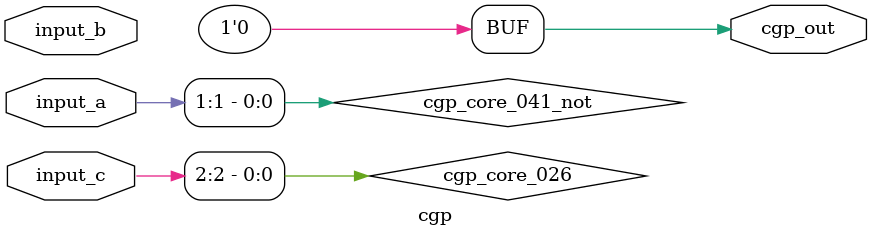
<source format=v>
module cgp(input [2:0] input_a, input [2:0] input_b, input [2:0] input_c, output [0:0] cgp_out);
  wire cgp_core_011;
  wire cgp_core_012;
  wire cgp_core_013;
  wire cgp_core_014;
  wire cgp_core_015;
  wire cgp_core_016;
  wire cgp_core_019;
  wire cgp_core_020_not;
  wire cgp_core_021;
  wire cgp_core_022;
  wire cgp_core_024;
  wire cgp_core_026;
  wire cgp_core_030;
  wire cgp_core_031;
  wire cgp_core_034;
  wire cgp_core_036;
  wire cgp_core_037;
  wire cgp_core_039_not;
  wire cgp_core_040;
  wire cgp_core_041_not;
  wire cgp_core_042_not;

  assign cgp_core_011 = input_b[2] & input_b[1];
  assign cgp_core_012 = input_b[1] ^ input_a[2];
  assign cgp_core_013 = ~(input_c[0] | input_c[1]);
  assign cgp_core_014 = ~(input_a[1] | input_c[0]);
  assign cgp_core_015 = ~(input_c[2] ^ input_a[1]);
  assign cgp_core_016 = input_a[0] ^ cgp_core_012;
  assign cgp_core_019 = input_a[2] | input_a[0];
  assign cgp_core_020_not = ~input_b[0];
  assign cgp_core_021 = input_b[2] | input_c[1];
  assign cgp_core_022 = cgp_core_019 ^ input_c[2];
  assign cgp_core_024 = input_c[1] & input_a[1];
  assign cgp_core_026 = input_c[2] & input_c[2];
  assign cgp_core_030 = cgp_core_015 & input_a[0];
  assign cgp_core_031 = ~(input_c[2] & input_c[1]);
  assign cgp_core_034 = ~(input_c[2] ^ input_b[1]);
  assign cgp_core_036 = input_b[0] ^ input_c[1];
  assign cgp_core_037 = cgp_core_036 & input_b[0];
  assign cgp_core_039_not = ~input_a[1];
  assign cgp_core_040 = ~(input_b[2] ^ input_c[0]);
  assign cgp_core_041_not = ~cgp_core_039_not;
  assign cgp_core_042_not = ~input_b[1];

  assign cgp_out[0] = 1'b0;
endmodule
</source>
